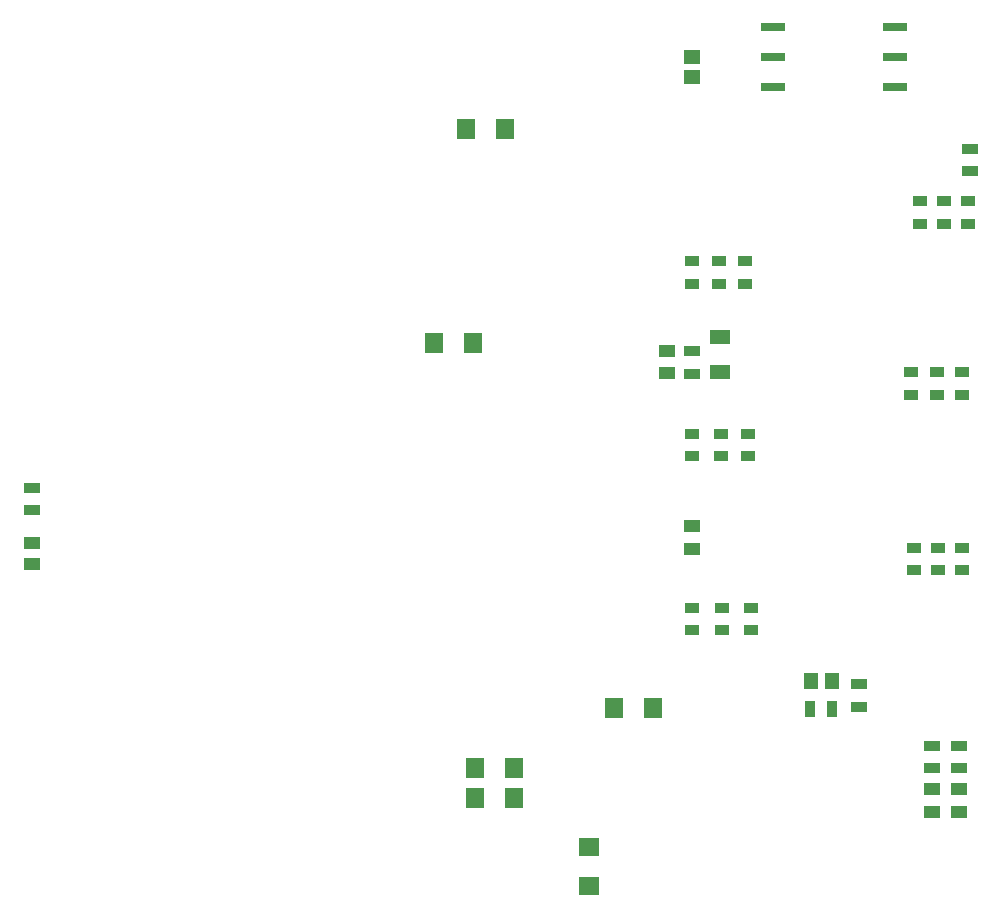
<source format=gtp>
G04*
G04 #@! TF.GenerationSoftware,Altium Limited,Altium Designer,24.10.1 (45)*
G04*
G04 Layer_Color=8421504*
%FSTAX25Y25*%
%MOIN*%
G70*
G04*
G04 #@! TF.SameCoordinates,1923906C-CB37-41EA-8CB1-2C45B085819D*
G04*
G04*
G04 #@! TF.FilePolarity,Positive*
G04*
G01*
G75*
%ADD24R,0.05118X0.03543*%
%ADD25R,0.05433X0.03622*%
%ADD26R,0.04567X0.05787*%
G04:AMPARAMS|DCode=27|XSize=36.22mil|YSize=54.33mil|CornerRadius=4.53mil|HoleSize=0mil|Usage=FLASHONLY|Rotation=90.000|XOffset=0mil|YOffset=0mil|HoleType=Round|Shape=RoundedRectangle|*
%AMROUNDEDRECTD27*
21,1,0.03622,0.04528,0,0,90.0*
21,1,0.02717,0.05433,0,0,90.0*
1,1,0.00906,0.02264,0.01358*
1,1,0.00906,0.02264,-0.01358*
1,1,0.00906,-0.02264,-0.01358*
1,1,0.00906,-0.02264,0.01358*
%
%ADD27ROUNDEDRECTD27*%
%ADD28R,0.06500X0.06000*%
%ADD29R,0.06000X0.06500*%
%ADD30R,0.03819X0.05433*%
%ADD31R,0.05709X0.04331*%
%ADD32R,0.05433X0.03819*%
%ADD33R,0.05787X0.04606*%
%ADD34R,0.05591X0.03937*%
%ADD35R,0.05433X0.03976*%
%ADD36R,0.07165X0.04567*%
%ADD37R,0.07874X0.03150*%
D24*
X0308Y022524D02*
D03*
Y021776D02*
D03*
X03165Y022524D02*
D03*
Y021776D02*
D03*
X0325Y021776D02*
D03*
Y022524D02*
D03*
X02525Y025476D02*
D03*
Y026224D02*
D03*
X024375Y025476D02*
D03*
Y026224D02*
D03*
X0327Y028224D02*
D03*
Y027476D02*
D03*
X0319Y027476D02*
D03*
Y028224D02*
D03*
X0311Y027476D02*
D03*
Y028224D02*
D03*
X0317Y015926D02*
D03*
Y016674D02*
D03*
X0309Y015926D02*
D03*
Y016674D02*
D03*
X02535Y019726D02*
D03*
Y020474D02*
D03*
X02445Y019726D02*
D03*
Y020474D02*
D03*
X02545Y013926D02*
D03*
Y014674D02*
D03*
X024475Y013926D02*
D03*
Y014674D02*
D03*
X0235Y014674D02*
D03*
Y013926D02*
D03*
X0325Y016674D02*
D03*
Y015926D02*
D03*
X0235Y0197381D02*
D03*
Y0204861D02*
D03*
Y025476D02*
D03*
Y026224D02*
D03*
D25*
X03275Y029224D02*
D03*
Y029976D02*
D03*
X0314695Y010076D02*
D03*
Y009324D02*
D03*
X0324D02*
D03*
Y010076D02*
D03*
D26*
X0281465Y01225D02*
D03*
X0274535D02*
D03*
D27*
X02905Y012126D02*
D03*
Y011374D02*
D03*
X0235Y023234D02*
D03*
Y0224821D02*
D03*
D28*
X02005Y0067D02*
D03*
Y0054D02*
D03*
D29*
X01725Y03065D02*
D03*
X01595D02*
D03*
X0222Y01135D02*
D03*
X0209D02*
D03*
X0162Y0235D02*
D03*
X0149D02*
D03*
X01625Y0083307D02*
D03*
X01755D02*
D03*
Y0093307D02*
D03*
X01625D02*
D03*
D30*
X0274339Y0113D02*
D03*
X0281661D02*
D03*
D31*
X0014999Y0168443D02*
D03*
Y0161357D02*
D03*
D32*
Y0179239D02*
D03*
Y0186561D02*
D03*
D33*
X0235Y0323642D02*
D03*
Y03305D02*
D03*
D34*
X0314695Y0078869D02*
D03*
Y0086231D02*
D03*
X0324D02*
D03*
Y0078869D02*
D03*
D35*
X02265Y0224998D02*
D03*
Y0232478D02*
D03*
X0235Y01665D02*
D03*
Y017398D02*
D03*
D36*
X02443Y0236907D02*
D03*
Y0225293D02*
D03*
D37*
X0262Y03405D02*
D03*
Y03305D02*
D03*
Y03205D02*
D03*
X0302551D02*
D03*
Y03305D02*
D03*
Y03405D02*
D03*
M02*

</source>
